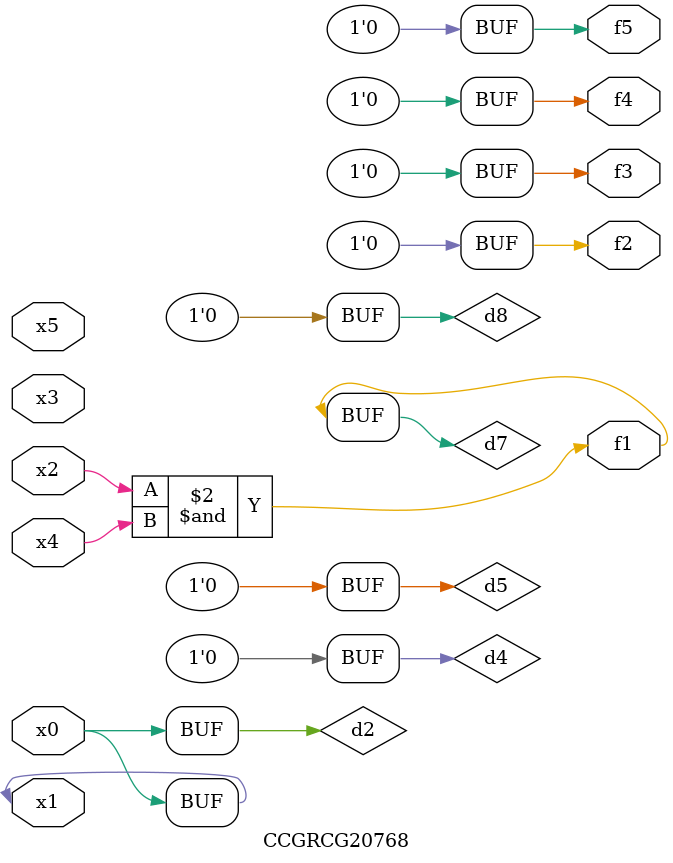
<source format=v>
module CCGRCG20768(
	input x0, x1, x2, x3, x4, x5,
	output f1, f2, f3, f4, f5
);

	wire d1, d2, d3, d4, d5, d6, d7, d8, d9;

	nand (d1, x1);
	buf (d2, x0, x1);
	nand (d3, x2, x4);
	and (d4, d1, d2);
	and (d5, d1, d2);
	nand (d6, d1, d3);
	not (d7, d3);
	xor (d8, d5);
	nor (d9, d5, d6);
	assign f1 = d7;
	assign f2 = d8;
	assign f3 = d8;
	assign f4 = d8;
	assign f5 = d8;
endmodule

</source>
